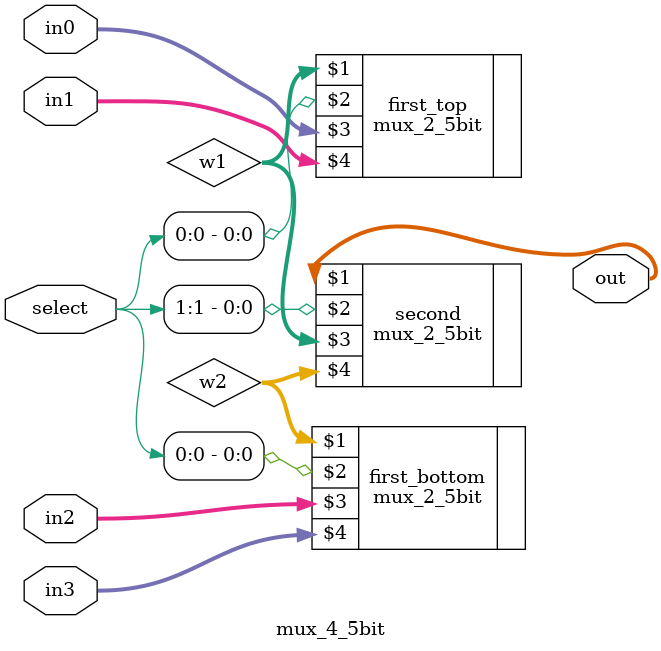
<source format=v>
module mux_4_5bit(
    output [4:0] out,
    input [1:0] select,
    input [4:0] in0,
    input [4:0] in1,
    input [4:0] in2,
    input [4:0] in3
);
    wire [4:0] w1, w2;
    mux_2_5bit first_top(w1, select[0], in0, in1);
    mux_2_5bit first_bottom(w2, select[0], in2, in3);
    mux_2_5bit second(out, select[1], w1, w2);
endmodule
</source>
